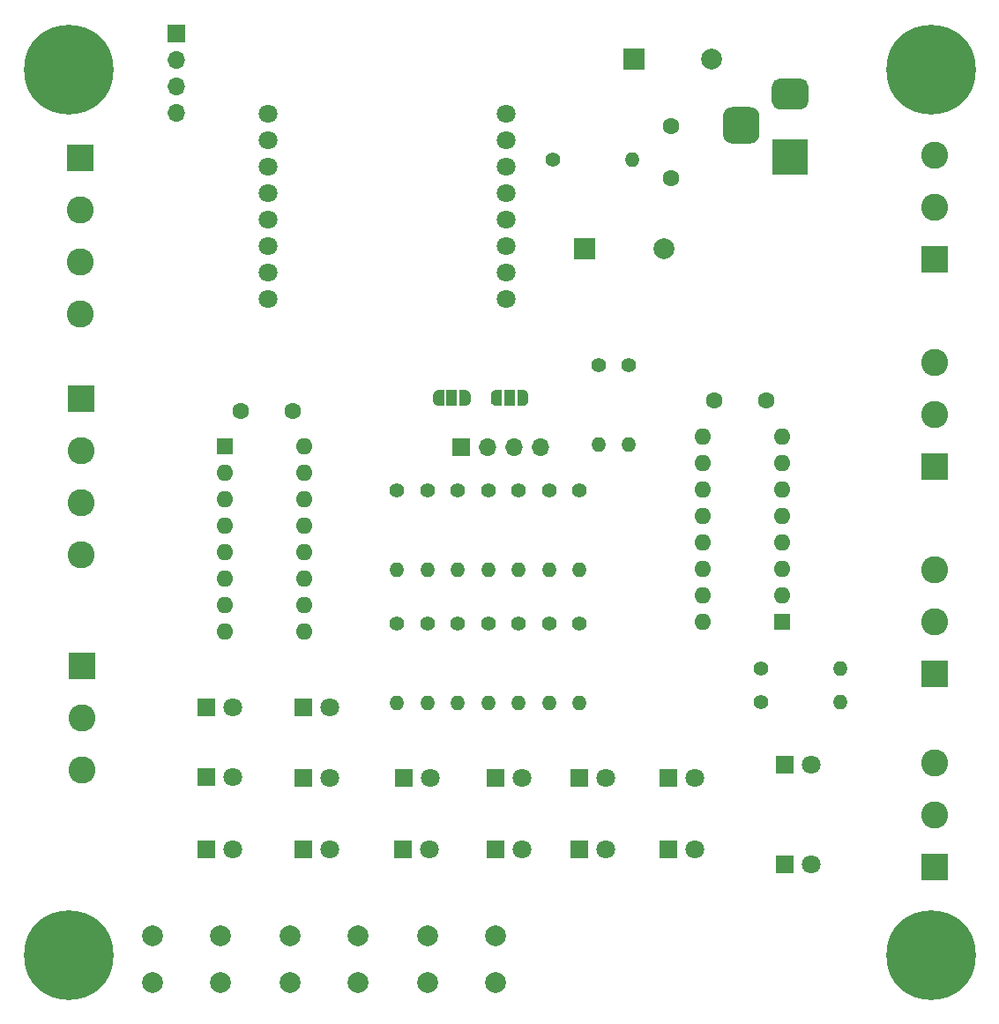
<source format=gbr>
%TF.GenerationSoftware,KiCad,Pcbnew,5.1.6-c6e7f7d~87~ubuntu19.10.1*%
%TF.CreationDate,2021-01-18T21:02:38-03:00*%
%TF.ProjectId,VLTUnivesp,564c5455-6e69-4766-9573-702e6b696361,rev?*%
%TF.SameCoordinates,Original*%
%TF.FileFunction,Soldermask,Bot*%
%TF.FilePolarity,Negative*%
%FSLAX46Y46*%
G04 Gerber Fmt 4.6, Leading zero omitted, Abs format (unit mm)*
G04 Created by KiCad (PCBNEW 5.1.6-c6e7f7d~87~ubuntu19.10.1) date 2021-01-18 21:02:38*
%MOMM*%
%LPD*%
G01*
G04 APERTURE LIST*
%ADD10O,1.400000X1.400000*%
%ADD11C,1.400000*%
%ADD12O,1.600000X1.600000*%
%ADD13R,1.600000X1.600000*%
%ADD14C,8.600000*%
%ADD15C,0.900000*%
%ADD16R,2.000000X2.000000*%
%ADD17C,2.000000*%
%ADD18R,1.700000X1.700000*%
%ADD19O,1.700000X1.700000*%
%ADD20C,0.100000*%
%ADD21R,1.000000X1.500000*%
%ADD22R,3.500000X3.500000*%
%ADD23C,2.600000*%
%ADD24R,2.600000X2.600000*%
%ADD25C,1.800000*%
%ADD26C,1.600000*%
%ADD27R,1.800000X1.800000*%
G04 APERTURE END LIST*
D10*
%TO.C,R19*%
X105845000Y-68300000D03*
D11*
X98225000Y-68300000D03*
%TD*%
D10*
%TO.C,R18*%
X105460000Y-95680000D03*
D11*
X105460000Y-88060000D03*
%TD*%
D10*
%TO.C,R17*%
X102616000Y-95656400D03*
D11*
X102616000Y-88036400D03*
%TD*%
D10*
%TO.C,R16*%
X125831600Y-120345200D03*
D11*
X118211600Y-120345200D03*
%TD*%
%TO.C,R15*%
X118211600Y-117170200D03*
D10*
X125831600Y-117170200D03*
%TD*%
%TO.C,R14*%
X100765426Y-107670600D03*
D11*
X100765426Y-100050600D03*
%TD*%
%TO.C,R13*%
X97848055Y-100050600D03*
D10*
X97848055Y-107670600D03*
%TD*%
%TO.C,R12*%
X100765426Y-120472200D03*
D11*
X100765426Y-112852200D03*
%TD*%
%TO.C,R11*%
X97848055Y-112852200D03*
D10*
X97848055Y-120472200D03*
%TD*%
%TO.C,R10*%
X94930684Y-120472200D03*
D11*
X94930684Y-112852200D03*
%TD*%
%TO.C,R9*%
X92013313Y-112852200D03*
D10*
X92013313Y-120472200D03*
%TD*%
%TO.C,R8*%
X94930684Y-107670600D03*
D11*
X94930684Y-100050600D03*
%TD*%
%TO.C,R7*%
X89095942Y-112852200D03*
D10*
X89095942Y-120472200D03*
%TD*%
%TO.C,R6*%
X86178571Y-120472200D03*
D11*
X86178571Y-112852200D03*
%TD*%
%TO.C,R5*%
X83261200Y-112852200D03*
D10*
X83261200Y-120472200D03*
%TD*%
D11*
%TO.C,R4*%
X92013313Y-100050600D03*
D10*
X92013313Y-107670600D03*
%TD*%
D11*
%TO.C,R3*%
X89095942Y-100050600D03*
D10*
X89095942Y-107670600D03*
%TD*%
D11*
%TO.C,R2*%
X86178571Y-100050600D03*
D10*
X86178571Y-107670600D03*
%TD*%
D11*
%TO.C,R1*%
X83261200Y-100050600D03*
D10*
X83261200Y-107670600D03*
%TD*%
D12*
%TO.C,U1*%
X74371200Y-95808800D03*
X66751200Y-113588800D03*
X74371200Y-98348800D03*
X66751200Y-111048800D03*
X74371200Y-100888800D03*
X66751200Y-108508800D03*
X74371200Y-103428800D03*
X66751200Y-105968800D03*
X74371200Y-105968800D03*
X66751200Y-103428800D03*
X74371200Y-108508800D03*
X66751200Y-100888800D03*
X74371200Y-111048800D03*
X66751200Y-98348800D03*
X74371200Y-113588800D03*
D13*
X66751200Y-95808800D03*
%TD*%
D12*
%TO.C,U2*%
X112630000Y-112675000D03*
X120250000Y-94895000D03*
X112630000Y-110135000D03*
X120250000Y-97435000D03*
X112630000Y-107595000D03*
X120250000Y-99975000D03*
X112630000Y-105055000D03*
X120250000Y-102515000D03*
X112630000Y-102515000D03*
X120250000Y-105055000D03*
X112630000Y-99975000D03*
X120250000Y-107595000D03*
X112630000Y-97435000D03*
X120250000Y-110135000D03*
X112630000Y-94895000D03*
D13*
X120250000Y-112675000D03*
%TD*%
D14*
%TO.C,REF\u002A\u002A*%
X134518400Y-59639200D03*
D15*
X137743400Y-59639200D03*
X136798819Y-61919619D03*
X134518400Y-62864200D03*
X132237981Y-61919619D03*
X131293400Y-59639200D03*
X132237981Y-57358781D03*
X134518400Y-56414200D03*
X136798819Y-57358781D03*
%TD*%
D14*
%TO.C,REF\u002A\u002A*%
X134518400Y-144627600D03*
D15*
X137743400Y-144627600D03*
X136798819Y-146908019D03*
X134518400Y-147852600D03*
X132237981Y-146908019D03*
X131293400Y-144627600D03*
X132237981Y-142347181D03*
X134518400Y-141402600D03*
X136798819Y-142347181D03*
%TD*%
D14*
%TO.C,REF\u002A\u002A*%
X51714400Y-144627600D03*
D15*
X54939400Y-144627600D03*
X53994819Y-146908019D03*
X51714400Y-147852600D03*
X49433981Y-146908019D03*
X48489400Y-144627600D03*
X49433981Y-142347181D03*
X51714400Y-141402600D03*
X53994819Y-142347181D03*
%TD*%
%TO.C,REF\u002A\u002A*%
X53994819Y-57358781D03*
X51714400Y-56414200D03*
X49433981Y-57358781D03*
X48489400Y-59639200D03*
X49433981Y-61919619D03*
X51714400Y-62864200D03*
X53994819Y-61919619D03*
X54939400Y-59639200D03*
D14*
X51714400Y-59639200D03*
%TD*%
D16*
%TO.C,BZ1*%
X101275000Y-76875000D03*
D17*
X108875000Y-76875000D03*
%TD*%
D16*
%TO.C,C3*%
X105968800Y-58674000D03*
D17*
X113468800Y-58674000D03*
%TD*%
D18*
%TO.C,I2C1*%
X62025000Y-56175000D03*
D19*
X62025000Y-58715000D03*
X62025000Y-61255000D03*
X62025000Y-63795000D03*
%TD*%
D20*
%TO.C,J1*%
G36*
X89269000Y-90410600D02*
G01*
X89819000Y-90410600D01*
X89819000Y-90411202D01*
X89843534Y-90411202D01*
X89892365Y-90416012D01*
X89940490Y-90425584D01*
X89987445Y-90439828D01*
X90032778Y-90458605D01*
X90076051Y-90481736D01*
X90116850Y-90508996D01*
X90154779Y-90540124D01*
X90189476Y-90574821D01*
X90220604Y-90612750D01*
X90247864Y-90653549D01*
X90270995Y-90696822D01*
X90289772Y-90742155D01*
X90304016Y-90789110D01*
X90313588Y-90837235D01*
X90318398Y-90886066D01*
X90318398Y-90910600D01*
X90319000Y-90910600D01*
X90319000Y-91410600D01*
X90318398Y-91410600D01*
X90318398Y-91435134D01*
X90313588Y-91483965D01*
X90304016Y-91532090D01*
X90289772Y-91579045D01*
X90270995Y-91624378D01*
X90247864Y-91667651D01*
X90220604Y-91708450D01*
X90189476Y-91746379D01*
X90154779Y-91781076D01*
X90116850Y-91812204D01*
X90076051Y-91839464D01*
X90032778Y-91862595D01*
X89987445Y-91881372D01*
X89940490Y-91895616D01*
X89892365Y-91905188D01*
X89843534Y-91909998D01*
X89819000Y-91909998D01*
X89819000Y-91910600D01*
X89269000Y-91910600D01*
X89269000Y-90410600D01*
G37*
G36*
X87219000Y-91909998D02*
G01*
X87194466Y-91909998D01*
X87145635Y-91905188D01*
X87097510Y-91895616D01*
X87050555Y-91881372D01*
X87005222Y-91862595D01*
X86961949Y-91839464D01*
X86921150Y-91812204D01*
X86883221Y-91781076D01*
X86848524Y-91746379D01*
X86817396Y-91708450D01*
X86790136Y-91667651D01*
X86767005Y-91624378D01*
X86748228Y-91579045D01*
X86733984Y-91532090D01*
X86724412Y-91483965D01*
X86719602Y-91435134D01*
X86719602Y-91410600D01*
X86719000Y-91410600D01*
X86719000Y-90910600D01*
X86719602Y-90910600D01*
X86719602Y-90886066D01*
X86724412Y-90837235D01*
X86733984Y-90789110D01*
X86748228Y-90742155D01*
X86767005Y-90696822D01*
X86790136Y-90653549D01*
X86817396Y-90612750D01*
X86848524Y-90574821D01*
X86883221Y-90540124D01*
X86921150Y-90508996D01*
X86961949Y-90481736D01*
X87005222Y-90458605D01*
X87050555Y-90439828D01*
X87097510Y-90425584D01*
X87145635Y-90416012D01*
X87194466Y-90411202D01*
X87219000Y-90411202D01*
X87219000Y-90410600D01*
X87769000Y-90410600D01*
X87769000Y-91910600D01*
X87219000Y-91910600D01*
X87219000Y-91909998D01*
G37*
D21*
X88519000Y-91160600D03*
%TD*%
%TO.C,J2*%
X94056200Y-91160600D03*
D20*
G36*
X92756200Y-91909998D02*
G01*
X92731666Y-91909998D01*
X92682835Y-91905188D01*
X92634710Y-91895616D01*
X92587755Y-91881372D01*
X92542422Y-91862595D01*
X92499149Y-91839464D01*
X92458350Y-91812204D01*
X92420421Y-91781076D01*
X92385724Y-91746379D01*
X92354596Y-91708450D01*
X92327336Y-91667651D01*
X92304205Y-91624378D01*
X92285428Y-91579045D01*
X92271184Y-91532090D01*
X92261612Y-91483965D01*
X92256802Y-91435134D01*
X92256802Y-91410600D01*
X92256200Y-91410600D01*
X92256200Y-90910600D01*
X92256802Y-90910600D01*
X92256802Y-90886066D01*
X92261612Y-90837235D01*
X92271184Y-90789110D01*
X92285428Y-90742155D01*
X92304205Y-90696822D01*
X92327336Y-90653549D01*
X92354596Y-90612750D01*
X92385724Y-90574821D01*
X92420421Y-90540124D01*
X92458350Y-90508996D01*
X92499149Y-90481736D01*
X92542422Y-90458605D01*
X92587755Y-90439828D01*
X92634710Y-90425584D01*
X92682835Y-90416012D01*
X92731666Y-90411202D01*
X92756200Y-90411202D01*
X92756200Y-90410600D01*
X93306200Y-90410600D01*
X93306200Y-91910600D01*
X92756200Y-91910600D01*
X92756200Y-91909998D01*
G37*
G36*
X94806200Y-90410600D02*
G01*
X95356200Y-90410600D01*
X95356200Y-90411202D01*
X95380734Y-90411202D01*
X95429565Y-90416012D01*
X95477690Y-90425584D01*
X95524645Y-90439828D01*
X95569978Y-90458605D01*
X95613251Y-90481736D01*
X95654050Y-90508996D01*
X95691979Y-90540124D01*
X95726676Y-90574821D01*
X95757804Y-90612750D01*
X95785064Y-90653549D01*
X95808195Y-90696822D01*
X95826972Y-90742155D01*
X95841216Y-90789110D01*
X95850788Y-90837235D01*
X95855598Y-90886066D01*
X95855598Y-90910600D01*
X95856200Y-90910600D01*
X95856200Y-91410600D01*
X95855598Y-91410600D01*
X95855598Y-91435134D01*
X95850788Y-91483965D01*
X95841216Y-91532090D01*
X95826972Y-91579045D01*
X95808195Y-91624378D01*
X95785064Y-91667651D01*
X95757804Y-91708450D01*
X95726676Y-91746379D01*
X95691979Y-91781076D01*
X95654050Y-91812204D01*
X95613251Y-91839464D01*
X95569978Y-91862595D01*
X95524645Y-91881372D01*
X95477690Y-91895616D01*
X95429565Y-91905188D01*
X95380734Y-91909998D01*
X95356200Y-91909998D01*
X95356200Y-91910600D01*
X94806200Y-91910600D01*
X94806200Y-90410600D01*
G37*
%TD*%
D19*
%TO.C,OLED1*%
X97020000Y-95875000D03*
X94480000Y-95875000D03*
X91940000Y-95875000D03*
D18*
X89400000Y-95875000D03*
%TD*%
D22*
%TO.C,P3*%
X121000000Y-68000000D03*
G36*
G01*
X120000000Y-60500000D02*
X122000000Y-60500000D01*
G75*
G02*
X122750000Y-61250000I0J-750000D01*
G01*
X122750000Y-62750000D01*
G75*
G02*
X122000000Y-63500000I-750000J0D01*
G01*
X120000000Y-63500000D01*
G75*
G02*
X119250000Y-62750000I0J750000D01*
G01*
X119250000Y-61250000D01*
G75*
G02*
X120000000Y-60500000I750000J0D01*
G01*
G37*
G36*
G01*
X115425000Y-63250000D02*
X117175000Y-63250000D01*
G75*
G02*
X118050000Y-64125000I0J-875000D01*
G01*
X118050000Y-65875000D01*
G75*
G02*
X117175000Y-66750000I-875000J0D01*
G01*
X115425000Y-66750000D01*
G75*
G02*
X114550000Y-65875000I0J875000D01*
G01*
X114550000Y-64125000D01*
G75*
G02*
X115425000Y-63250000I875000J0D01*
G01*
G37*
%TD*%
D23*
%TO.C,S1*%
X52806600Y-83097400D03*
X52806600Y-78097400D03*
X52806600Y-73097400D03*
D24*
X52806600Y-68097400D03*
%TD*%
%TO.C,S2*%
X52950000Y-91250000D03*
D23*
X52950000Y-96250000D03*
X52950000Y-101250000D03*
X52950000Y-106250000D03*
%TD*%
D24*
%TO.C,S3*%
X53009800Y-116916200D03*
D23*
X53009800Y-121916200D03*
X53009800Y-126916200D03*
%TD*%
%TO.C,S4*%
X134874000Y-126194800D03*
X134874000Y-131194800D03*
D24*
X134874000Y-136194800D03*
%TD*%
%TO.C,S5*%
X134874000Y-117650000D03*
D23*
X134874000Y-112650000D03*
X134874000Y-107650000D03*
%TD*%
%TO.C,S6*%
X134874000Y-87790000D03*
X134874000Y-92790000D03*
D24*
X134874000Y-97790000D03*
%TD*%
D17*
%TO.C,SW1*%
X66294000Y-142820000D03*
X66294000Y-147320000D03*
X59794000Y-142820000D03*
X59794000Y-147320000D03*
%TD*%
%TO.C,SW2*%
X79502000Y-142820000D03*
X79502000Y-147320000D03*
X73002000Y-142820000D03*
X73002000Y-147320000D03*
%TD*%
%TO.C,SW3*%
X86210000Y-147320000D03*
X86210000Y-142820000D03*
X92710000Y-147320000D03*
X92710000Y-142820000D03*
%TD*%
D24*
%TO.C,VLT1*%
X134900000Y-77850000D03*
D23*
X134900000Y-72850000D03*
X134900000Y-67850000D03*
%TD*%
D25*
%TO.C,WEMOS-D1*%
X93755000Y-63885000D03*
X70895000Y-63885000D03*
X93755000Y-66425000D03*
X70895000Y-66425000D03*
X93755000Y-68965000D03*
X70895000Y-68965000D03*
X93755000Y-71505000D03*
X70895000Y-71505000D03*
X93755000Y-74045000D03*
X70895000Y-74045000D03*
X93755000Y-76585000D03*
X70895000Y-76585000D03*
X93755000Y-79125000D03*
X70895000Y-79125000D03*
X93755000Y-81665000D03*
X70895000Y-81665000D03*
%TD*%
D26*
%TO.C,C1*%
X109575600Y-70104000D03*
X109575600Y-65104000D03*
%TD*%
%TO.C,C2*%
X73224400Y-92456000D03*
X68224400Y-92456000D03*
%TD*%
%TO.C,C4*%
X113690400Y-91389200D03*
X118690400Y-91389200D03*
%TD*%
D27*
%TO.C,D1*%
X64950000Y-120850000D03*
D25*
X67490000Y-120850000D03*
%TD*%
D27*
%TO.C,D2*%
X64950000Y-127600000D03*
D25*
X67490000Y-127600000D03*
%TD*%
%TO.C,D3*%
X67490000Y-134500000D03*
D27*
X64950000Y-134500000D03*
%TD*%
D25*
%TO.C,D4*%
X76758800Y-120853200D03*
D27*
X74218800Y-120853200D03*
%TD*%
D25*
%TO.C,D5*%
X76758800Y-127609600D03*
D27*
X74218800Y-127609600D03*
%TD*%
%TO.C,D6*%
X74218800Y-134493000D03*
D25*
X76758800Y-134493000D03*
%TD*%
D27*
%TO.C,D7*%
X83870800Y-127635000D03*
D25*
X86410800Y-127635000D03*
%TD*%
%TO.C,D8*%
X86385400Y-134467600D03*
D27*
X83845400Y-134467600D03*
%TD*%
D25*
%TO.C,D9*%
X95230000Y-127660400D03*
D27*
X92690000Y-127660400D03*
%TD*%
%TO.C,D10*%
X92684600Y-134467600D03*
D25*
X95224600Y-134467600D03*
%TD*%
%TO.C,D11*%
X103301800Y-127660400D03*
D27*
X100761800Y-127660400D03*
%TD*%
D25*
%TO.C,D12*%
X103301800Y-134467600D03*
D27*
X100761800Y-134467600D03*
%TD*%
%TO.C,D13*%
X109321600Y-127685800D03*
D25*
X111861600Y-127685800D03*
%TD*%
D27*
%TO.C,D14*%
X109296200Y-134467600D03*
D25*
X111836200Y-134467600D03*
%TD*%
D27*
%TO.C,D15*%
X120490000Y-126410000D03*
D25*
X123030000Y-126410000D03*
%TD*%
D27*
%TO.C,D16*%
X120490000Y-135980000D03*
D25*
X123030000Y-135980000D03*
%TD*%
M02*

</source>
